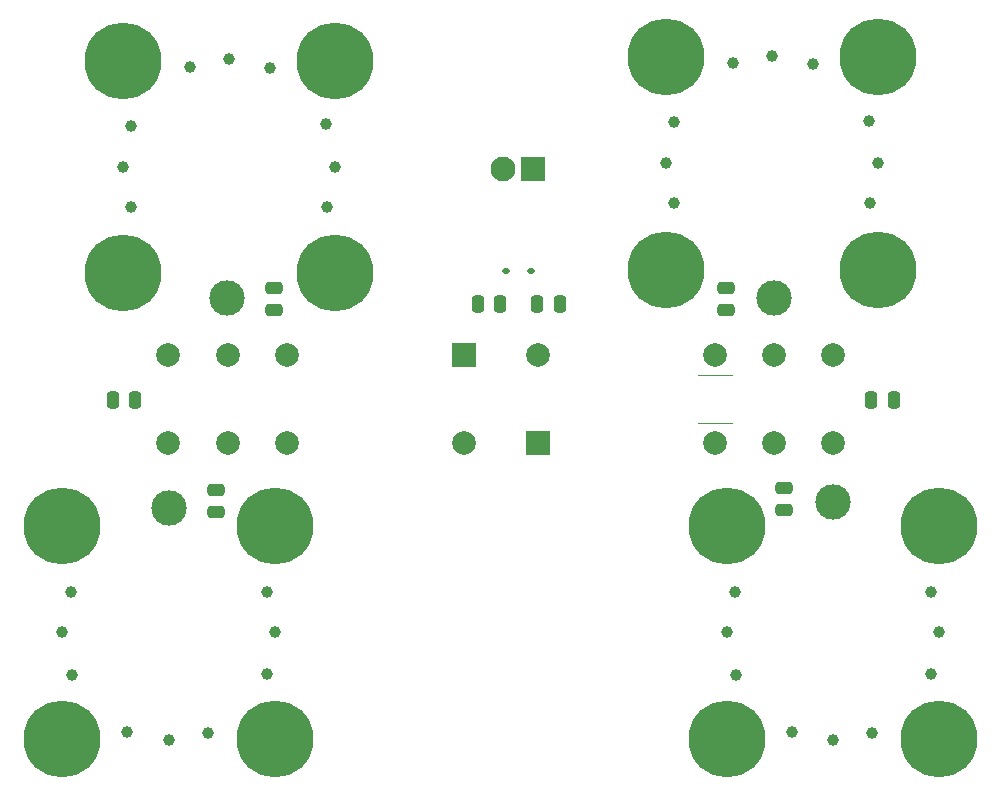
<source format=gbr>
%TF.GenerationSoftware,KiCad,Pcbnew,9.0.2-9.0.2-0~ubuntu24.04.1*%
%TF.CreationDate,2025-07-07T13:30:36-04:00*%
%TF.ProjectId,Transfer_G2RL,5472616e-7366-4657-925f-4732524c2e6b,rev?*%
%TF.SameCoordinates,Original*%
%TF.FileFunction,Soldermask,Top*%
%TF.FilePolarity,Negative*%
%FSLAX46Y46*%
G04 Gerber Fmt 4.6, Leading zero omitted, Abs format (unit mm)*
G04 Created by KiCad (PCBNEW 9.0.2-9.0.2-0~ubuntu24.04.1) date 2025-07-07 13:30:36*
%MOMM*%
%LPD*%
G01*
G04 APERTURE LIST*
G04 Aperture macros list*
%AMRoundRect*
0 Rectangle with rounded corners*
0 $1 Rounding radius*
0 $2 $3 $4 $5 $6 $7 $8 $9 X,Y pos of 4 corners*
0 Add a 4 corners polygon primitive as box body*
4,1,4,$2,$3,$4,$5,$6,$7,$8,$9,$2,$3,0*
0 Add four circle primitives for the rounded corners*
1,1,$1+$1,$2,$3*
1,1,$1+$1,$4,$5*
1,1,$1+$1,$6,$7*
1,1,$1+$1,$8,$9*
0 Add four rect primitives between the rounded corners*
20,1,$1+$1,$2,$3,$4,$5,0*
20,1,$1+$1,$4,$5,$6,$7,0*
20,1,$1+$1,$6,$7,$8,$9,0*
20,1,$1+$1,$8,$9,$2,$3,0*%
G04 Aperture macros list end*
%ADD10C,0.100000*%
%ADD11C,2.000000*%
%ADD12R,2.000000X2.000000*%
%ADD13RoundRect,0.250000X0.475000X-0.250000X0.475000X0.250000X-0.475000X0.250000X-0.475000X-0.250000X0*%
%ADD14C,6.500000*%
%ADD15C,1.000000*%
%ADD16RoundRect,0.250000X-0.250000X-0.475000X0.250000X-0.475000X0.250000X0.475000X-0.250000X0.475000X0*%
%ADD17RoundRect,0.250000X0.250000X0.475000X-0.250000X0.475000X-0.250000X-0.475000X0.250000X-0.475000X0*%
%ADD18C,3.000000*%
%ADD19RoundRect,0.112500X0.187500X0.112500X-0.187500X0.112500X-0.187500X-0.112500X0.187500X-0.112500X0*%
%ADD20RoundRect,0.250001X0.799999X0.799999X-0.799999X0.799999X-0.799999X-0.799999X0.799999X-0.799999X0*%
%ADD21C,2.100000*%
G04 APERTURE END LIST*
D10*
X153900000Y-102000000D02*
X156800000Y-102000000D01*
X153900000Y-102000000D01*
X153900000Y-98000000D02*
X156800000Y-98000000D01*
X153900000Y-98000000D01*
D11*
%TO.C,K3*%
X114060000Y-96250000D03*
X114060000Y-103750000D03*
X119060000Y-96250000D03*
X119060000Y-103750000D03*
X109060000Y-96250000D03*
X109060000Y-103750000D03*
D12*
X134060000Y-96250000D03*
D11*
X134060000Y-103750000D03*
%TD*%
D13*
%TO.C,C5*%
X113125000Y-109575000D03*
X113125000Y-107675000D03*
%TD*%
D14*
%TO.C,J8*%
X105185818Y-89343989D03*
D15*
X105185818Y-80343989D03*
D14*
X105185818Y-71343989D03*
D15*
X105885818Y-83743989D03*
X105885818Y-76843989D03*
X110885818Y-71843989D03*
X114185818Y-71243989D03*
X117685818Y-71943989D03*
X122385818Y-76743989D03*
X122485818Y-83743989D03*
D14*
X123185818Y-89343989D03*
D15*
X123185818Y-80343989D03*
D14*
X123185818Y-71343989D03*
%TD*%
D16*
%TO.C,C6*%
X168575000Y-100075000D03*
X170475000Y-100075000D03*
%TD*%
D17*
%TO.C,C4*%
X106250000Y-100100000D03*
X104350000Y-100100000D03*
%TD*%
D13*
%TO.C,C3*%
X118025000Y-92500000D03*
X118025000Y-90600000D03*
%TD*%
%TO.C,C2*%
X156225000Y-92475000D03*
X156225000Y-90575000D03*
%TD*%
%TO.C,C1*%
X161175000Y-109400000D03*
X161175000Y-107500000D03*
%TD*%
D17*
%TO.C,C14*%
X137150000Y-91950000D03*
X135250000Y-91950000D03*
%TD*%
D11*
%TO.C,K2*%
X160350000Y-103750000D03*
X160350000Y-96250000D03*
X155350000Y-103750000D03*
X155350000Y-96250000D03*
X165350000Y-103750000D03*
X165350000Y-96250000D03*
D12*
X140350000Y-103750000D03*
D11*
X140350000Y-96250000D03*
%TD*%
D18*
%TO.C,H1*%
X165328600Y-108712000D03*
%TD*%
D14*
%TO.C,J5*%
X151159818Y-89039189D03*
D15*
X151159818Y-80039189D03*
D14*
X151159818Y-71039189D03*
D15*
X151859818Y-83439189D03*
X151859818Y-76539189D03*
X156859818Y-71539189D03*
X160159818Y-70939189D03*
X163659818Y-71639189D03*
X168359818Y-76439189D03*
X168459818Y-83439189D03*
D14*
X169159818Y-89039189D03*
D15*
X169159818Y-80039189D03*
D14*
X169159818Y-71039189D03*
%TD*%
D18*
%TO.C,H4*%
X160300000Y-91440000D03*
%TD*%
%TO.C,H3*%
X109067600Y-109220000D03*
%TD*%
D19*
%TO.C,D1*%
X139734000Y-89154000D03*
X137634000Y-89154000D03*
%TD*%
D18*
%TO.C,H2*%
X114046000Y-91440000D03*
%TD*%
D20*
%TO.C,J1*%
X139920000Y-80520000D03*
D21*
X137380000Y-80520000D03*
%TD*%
D16*
%TO.C,C8*%
X140274000Y-91948000D03*
X142174000Y-91948000D03*
%TD*%
D14*
%TO.C,J6*%
X174328600Y-110751139D03*
D15*
X174328600Y-119751139D03*
D14*
X174328600Y-128751139D03*
D15*
X173628600Y-116351139D03*
X173628600Y-123251139D03*
X168628600Y-128251139D03*
X165328600Y-128851139D03*
X161828600Y-128151139D03*
X157128600Y-123351139D03*
X157028600Y-116351139D03*
D14*
X156328600Y-110751139D03*
D15*
X156328600Y-119751139D03*
D14*
X156328600Y-128751139D03*
%TD*%
%TO.C,J7*%
X118067600Y-110751139D03*
D15*
X118067600Y-119751139D03*
D14*
X118067600Y-128751139D03*
D15*
X117367600Y-116351139D03*
X117367600Y-123251139D03*
X112367600Y-128251139D03*
X109067600Y-128851139D03*
X105567600Y-128151139D03*
X100867600Y-123351139D03*
X100767600Y-116351139D03*
D14*
X100067600Y-110751139D03*
D15*
X100067600Y-119751139D03*
D14*
X100067600Y-128751139D03*
%TD*%
M02*

</source>
